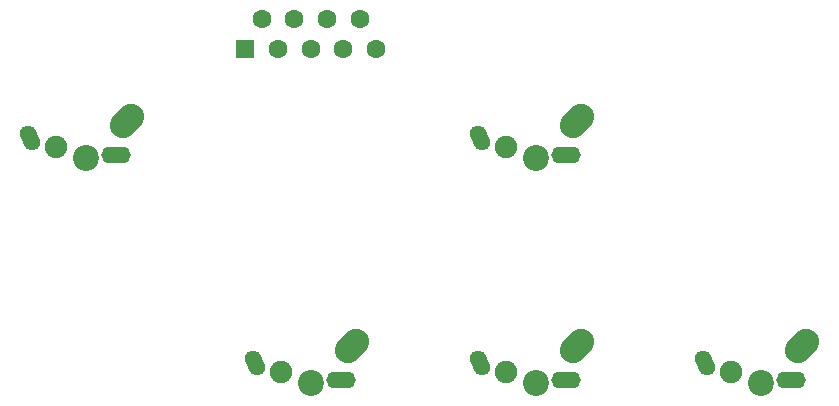
<source format=gbr>
%TF.GenerationSoftware,KiCad,Pcbnew,(7.0.0)*%
%TF.CreationDate,2023-03-20T18:55:59-07:00*%
%TF.ProjectId,JoyKeyMini,4a6f794b-6579-44d6-996e-692e6b696361,1*%
%TF.SameCoordinates,Original*%
%TF.FileFunction,Copper,L2,Bot*%
%TF.FilePolarity,Positive*%
%FSLAX46Y46*%
G04 Gerber Fmt 4.6, Leading zero omitted, Abs format (unit mm)*
G04 Created by KiCad (PCBNEW (7.0.0)) date 2023-03-20 18:55:59*
%MOMM*%
%LPD*%
G01*
G04 APERTURE LIST*
G04 Aperture macros list*
%AMHorizOval*
0 Thick line with rounded ends*
0 $1 width*
0 $2 $3 position (X,Y) of the first rounded end (center of the circle)*
0 $4 $5 position (X,Y) of the second rounded end (center of the circle)*
0 Add line between two ends*
20,1,$1,$2,$3,$4,$5,0*
0 Add two circle primitives to create the rounded ends*
1,1,$1,$2,$3*
1,1,$1,$4,$5*%
G04 Aperture macros list end*
%TA.AperFunction,ComponentPad*%
%ADD10R,1.600000X1.600000*%
%TD*%
%TA.AperFunction,ComponentPad*%
%ADD11C,1.600000*%
%TD*%
%TA.AperFunction,ComponentPad*%
%ADD12HorizOval,1.400000X-0.169047X0.362523X0.169047X-0.362523X0*%
%TD*%
%TA.AperFunction,ComponentPad*%
%ADD13HorizOval,2.200000X-0.353553X-0.353553X0.353553X0.353553X0*%
%TD*%
%TA.AperFunction,ComponentPad*%
%ADD14C,1.900000*%
%TD*%
%TA.AperFunction,ComponentPad*%
%ADD15C,2.200000*%
%TD*%
%TA.AperFunction,ComponentPad*%
%ADD16O,2.500000X1.400000*%
%TD*%
G04 APERTURE END LIST*
D10*
%TO.P,J1,1,1*%
%TO.N,1*%
X52813164Y-36136580D03*
D11*
%TO.P,J1,2,2*%
%TO.N,2*%
X55583165Y-36136581D03*
%TO.P,J1,3,3*%
%TO.N,3*%
X58353165Y-36136581D03*
%TO.P,J1,4,4*%
%TO.N,4*%
X61123165Y-36136581D03*
%TO.P,J1,5,5*%
%TO.N,5*%
X63893165Y-36136581D03*
%TO.P,J1,6,6*%
%TO.N,6*%
X54198165Y-33596581D03*
%TO.P,J1,7,7*%
%TO.N,7*%
X56968165Y-33596581D03*
%TO.P,J1,8,8*%
%TO.N,8*%
X59738165Y-33596581D03*
%TO.P,J1,9,9*%
%TO.N,9*%
X62508165Y-33596581D03*
%TD*%
D12*
%TO.P,SW6,1*%
%TO.N,4*%
X91763164Y-62718849D03*
D13*
X99963164Y-61338849D03*
D14*
%TO.P,SW6,2*%
%TO.N,8*%
X93923165Y-63548850D03*
D15*
X96463165Y-64468850D03*
D16*
X99063164Y-64218849D03*
%TD*%
D12*
%TO.P,SW5,1*%
%TO.N,2*%
X72713164Y-62718849D03*
D13*
X80913164Y-61338849D03*
D14*
%TO.P,SW5,2*%
%TO.N,8*%
X74873165Y-63548850D03*
D15*
X77413165Y-64468850D03*
D16*
X80013164Y-64218849D03*
%TD*%
D12*
%TO.P,SW4,1*%
%TO.N,1*%
X72713164Y-43668849D03*
D13*
X80913164Y-42288849D03*
D14*
%TO.P,SW4,2*%
%TO.N,8*%
X74873165Y-44498850D03*
D15*
X77413165Y-45418850D03*
D16*
X80013164Y-45168849D03*
%TD*%
D12*
%TO.P,SW3,1*%
%TO.N,3*%
X53663164Y-62718849D03*
D13*
X61863164Y-61338849D03*
D14*
%TO.P,SW3,2*%
%TO.N,8*%
X55823165Y-63548850D03*
D15*
X58363165Y-64468850D03*
D16*
X60963164Y-64218849D03*
%TD*%
D12*
%TO.P,SW1,1*%
%TO.N,6*%
X34613164Y-43668849D03*
D13*
X42813164Y-42288849D03*
D14*
%TO.P,SW1,2*%
%TO.N,8*%
X36773165Y-44498850D03*
D15*
X39313165Y-45418850D03*
D16*
X41913164Y-45168849D03*
%TD*%
M02*

</source>
